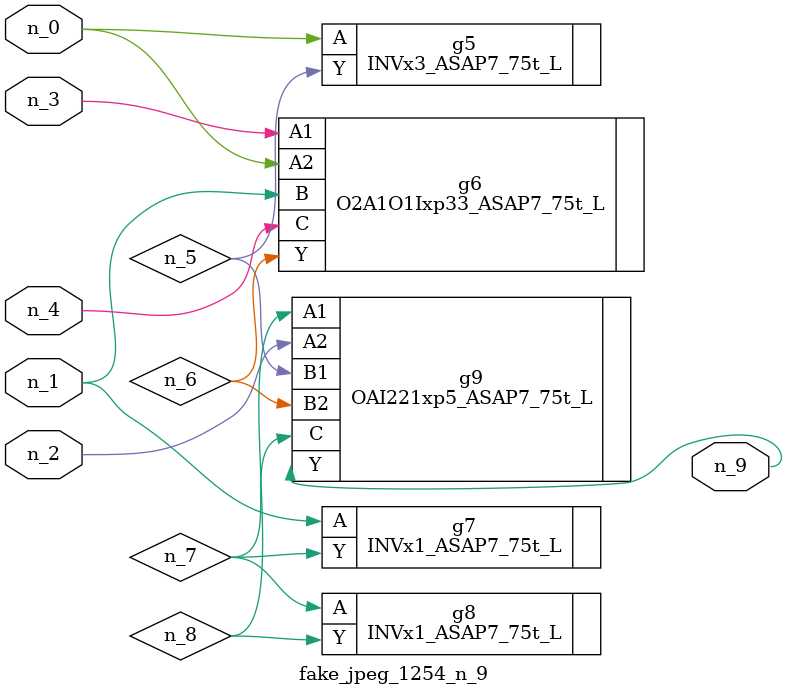
<source format=v>
module fake_jpeg_1254_n_9 (n_3, n_2, n_1, n_0, n_4, n_9);

input n_3;
input n_2;
input n_1;
input n_0;
input n_4;

output n_9;

wire n_8;
wire n_6;
wire n_5;
wire n_7;

INVx3_ASAP7_75t_L g5 ( 
.A(n_0),
.Y(n_5)
);

O2A1O1Ixp33_ASAP7_75t_L g6 ( 
.A1(n_3),
.A2(n_0),
.B(n_1),
.C(n_4),
.Y(n_6)
);

INVx1_ASAP7_75t_L g7 ( 
.A(n_1),
.Y(n_7)
);

INVx1_ASAP7_75t_L g8 ( 
.A(n_7),
.Y(n_8)
);

OAI221xp5_ASAP7_75t_L g9 ( 
.A1(n_8),
.A2(n_2),
.B1(n_5),
.B2(n_6),
.C(n_7),
.Y(n_9)
);


endmodule
</source>
